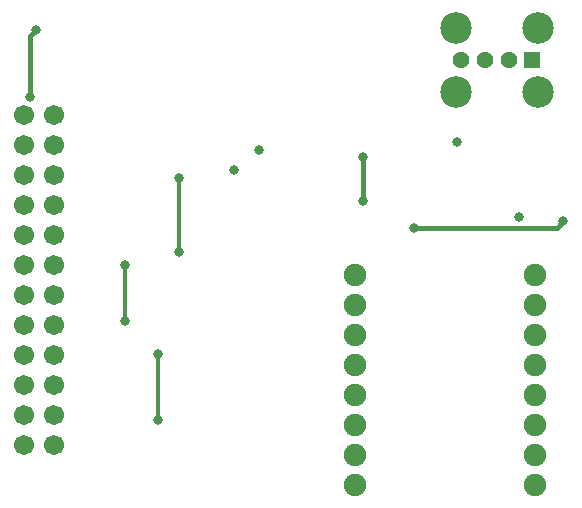
<source format=gbr>
%TF.GenerationSoftware,KiCad,Pcbnew,8.0.9-4-gd7388e2a70*%
%TF.CreationDate,2025-04-15T12:07:27-05:00*%
%TF.ProjectId,test_board,74657374-5f62-46f6-9172-642e6b696361,rev?*%
%TF.SameCoordinates,Original*%
%TF.FileFunction,Copper,L2,Bot*%
%TF.FilePolarity,Positive*%
%FSLAX46Y46*%
G04 Gerber Fmt 4.6, Leading zero omitted, Abs format (unit mm)*
G04 Created by KiCad (PCBNEW 8.0.9-4-gd7388e2a70) date 2025-04-15 12:07:27*
%MOMM*%
%LPD*%
G01*
G04 APERTURE LIST*
%TA.AperFunction,ComponentPad*%
%ADD10R,1.428000X1.428000*%
%TD*%
%TA.AperFunction,ComponentPad*%
%ADD11C,1.428000*%
%TD*%
%TA.AperFunction,ComponentPad*%
%ADD12C,2.670000*%
%TD*%
%TA.AperFunction,ComponentPad*%
%ADD13C,1.701800*%
%TD*%
%TA.AperFunction,ComponentPad*%
%ADD14C,1.905000*%
%TD*%
%TA.AperFunction,ViaPad*%
%ADD15C,0.800000*%
%TD*%
%TA.AperFunction,Conductor*%
%ADD16C,0.400000*%
%TD*%
%TA.AperFunction,Conductor*%
%ADD17C,0.300000*%
%TD*%
G04 APERTURE END LIST*
D10*
%TO.P,J2,01,VCC*%
%TO.N,/VCC_5V_GPIO_FIL*%
X162912854Y-49067650D03*
D11*
%TO.P,J2,02,D-*%
%TO.N,/USB_DN2*%
X160912854Y-49067650D03*
%TO.P,J2,03,D+*%
%TO.N,/USB_DP2*%
X158912854Y-49067650D03*
%TO.P,J2,04,GND*%
%TO.N,GND*%
X156912854Y-49067650D03*
D12*
%TO.P,J2,S1,SHIELD*%
X163412854Y-51787650D03*
%TO.P,J2,S2,SHIELD*%
X156412854Y-51787650D03*
%TO.P,J2,S3,SHIELD*%
X163412854Y-46347650D03*
%TO.P,J2,S4,SHIELD*%
X156412854Y-46347650D03*
%TD*%
D13*
%TO.P,J1,24,Pin_24*%
%TO.N,/VCC_5V_GPIO_FIL*%
X122408099Y-53736600D03*
%TO.P,J1,23,Pin_23*%
X119868099Y-53736600D03*
%TO.P,J1,22,Pin_22*%
%TO.N,GND*%
X122408099Y-56276600D03*
%TO.P,J1,21,Pin_21*%
X119868099Y-56276600D03*
%TO.P,J1,20,Pin_20*%
%TO.N,/I2C_SDA_CN2*%
X122408099Y-58816600D03*
%TO.P,J1,19,Pin_19*%
%TO.N,/USB_HUB_CN2_DP*%
X119868099Y-58816600D03*
%TO.P,J1,18,Pin_18*%
%TO.N,/I2C_SCL_CN2*%
X122408099Y-61356600D03*
%TO.P,J1,17,Pin_17*%
%TO.N,/USB_HUB_CN2_DN*%
X119868099Y-61356600D03*
%TO.P,J1,16,Pin_16*%
%TO.N,/B_RS485_TX-{slash}RS232_TXD_CN2*%
X122408099Y-63896600D03*
%TO.P,J1,15,Pin_15*%
%TO.N,/A_RS485_TX+{slash}RS232_RTS_CN2*%
X119868099Y-63896600D03*
%TO.P,J1,14,Pin_14*%
%TO.N,/A{slash}RS485_RX+{slash}RS232_RXD_CN2*%
X122408099Y-66436600D03*
%TO.P,J1,13,Pin_13*%
%TO.N,/B{slash}RS485_RX-{slash}RS232_CTS_CN2*%
X119868099Y-66436600D03*
%TO.P,J1,12,Pin_12*%
%TO.N,/GPIO_CN2_0*%
X122408099Y-68976600D03*
%TO.P,J1,11,Pin_11*%
X119868099Y-68976600D03*
%TO.P,J1,10,Pin_10*%
%TO.N,/GPIO_CN2_1*%
X122408099Y-71516600D03*
%TO.P,J1,9,Pin_9*%
X119868099Y-71516600D03*
%TO.P,J1,8,Pin_8*%
%TO.N,/GPIO_CN2_SPI_SS*%
X122408099Y-74056600D03*
%TO.P,J1,7,Pin_7*%
%TO.N,/GPIO_CN2_SPI_MISO*%
X119868099Y-74056600D03*
%TO.P,J1,6,Pin_6*%
%TO.N,/GPIO_CN2_SPI_MOSI*%
X122408099Y-76596600D03*
%TO.P,J1,5,Pin_5*%
%TO.N,/GPIO_CN2_SPI_SCLK*%
X119868099Y-76596600D03*
%TO.P,J1,4,Pin_4*%
%TO.N,GND*%
X122408099Y-79136600D03*
%TO.P,J1,3,Pin_3*%
X119868099Y-79136600D03*
%TO.P,J1,2,Pin_2*%
%TO.N,/VCC_3V3_GPIO_FIL*%
X122408099Y-81676600D03*
%TO.P,J1,1,Pin_1*%
X119868099Y-81676600D03*
%TD*%
D14*
%TO.P,U5,0,GPIO0*%
%TO.N,unconnected-(U5-GPIO0-Pad0)*%
X163130000Y-67270000D03*
%TO.P,U5,1,GPIO1*%
%TO.N,unconnected-(U5-GPIO1-Pad1)*%
X163130000Y-69810000D03*
%TO.P,U5,2,GPIO2*%
%TO.N,unconnected-(U5-GPIO2-Pad2)*%
X163130000Y-72350000D03*
%TO.P,U5,3,GPIO3*%
%TO.N,unconnected-(U5-GPIO3-Pad3)*%
X163130000Y-74890000D03*
%TO.P,U5,3.3,3V3*%
%TO.N,unconnected-(U5-3V3-Pad3.3)*%
X163130000Y-79970000D03*
%TO.P,U5,4,GPIO4*%
%TO.N,unconnected-(U5-GPIO4-Pad4)*%
X163130000Y-77430000D03*
%TO.P,U5,5,GPIO5*%
%TO.N,unconnected-(U5-GPIO5-Pad5)*%
X147890000Y-85050000D03*
%TO.P,U5,5V,5V*%
%TO.N,/VCC_5V_GPIO_FIL*%
X163130000Y-85050000D03*
%TO.P,U5,6,GPIO6*%
%TO.N,unconnected-(U5-GPIO6-Pad6)*%
X147890000Y-82510000D03*
%TO.P,U5,7,GPIO7*%
%TO.N,unconnected-(U5-GPIO7-Pad7)*%
X147890000Y-79970000D03*
%TO.P,U5,8,GPIO8*%
%TO.N,unconnected-(U5-GPIO8-Pad8)*%
X147890000Y-77430000D03*
%TO.P,U5,9,GPIO9*%
%TO.N,/485DE*%
X147890000Y-74890000D03*
%TO.P,U5,10,GPIO10*%
%TO.N,/485RE*%
X147890000Y-72350000D03*
%TO.P,U5,20,GPIO20*%
%TO.N,/485RX*%
X147890000Y-69810000D03*
%TO.P,U5,21,GPIO21*%
%TO.N,/485TX*%
X147890000Y-67270000D03*
%TO.P,U5,G,GND*%
%TO.N,GND*%
X163130000Y-82510000D03*
%TD*%
D15*
%TO.N,/VCC_5V_GPIO_FIL*%
X165530000Y-62760000D03*
X120900000Y-46570000D03*
X152920000Y-63320000D03*
X120400000Y-52200000D03*
%TO.N,GND*%
X137640000Y-58420000D03*
X161780000Y-62420000D03*
X148550000Y-57320000D03*
X148570000Y-61000000D03*
X131260000Y-79540000D03*
X156500000Y-56000000D03*
X139770000Y-56720000D03*
X131250000Y-74000000D03*
%TO.N,/VCC_3V3_GPIO_FIL*%
X128440000Y-66430000D03*
X128450000Y-71190000D03*
X133010000Y-65370000D03*
X133005000Y-59120000D03*
%TD*%
D16*
%TO.N,/VCC_5V_GPIO_FIL*%
X120400000Y-47070000D02*
X120900000Y-46570000D01*
X164970000Y-63320000D02*
X165530000Y-62760000D01*
X152920000Y-63320000D02*
X164970000Y-63320000D01*
X120400000Y-52200000D02*
X120400000Y-47070000D01*
D17*
%TO.N,GND*%
X131250000Y-74000000D02*
X131250000Y-79530000D01*
D16*
X148550000Y-57320000D02*
X148550000Y-60980000D01*
X148550000Y-60980000D02*
X148570000Y-61000000D01*
D17*
X131250000Y-79530000D02*
X131260000Y-79540000D01*
%TO.N,/VCC_3V3_GPIO_FIL*%
X128450000Y-66440000D02*
X128440000Y-66430000D01*
X133010000Y-60180000D02*
X133005000Y-60175000D01*
X133005000Y-60175000D02*
X133005000Y-59120000D01*
X133010000Y-65370000D02*
X133010000Y-60180000D01*
X128450000Y-71190000D02*
X128450000Y-66440000D01*
%TD*%
M02*

</source>
